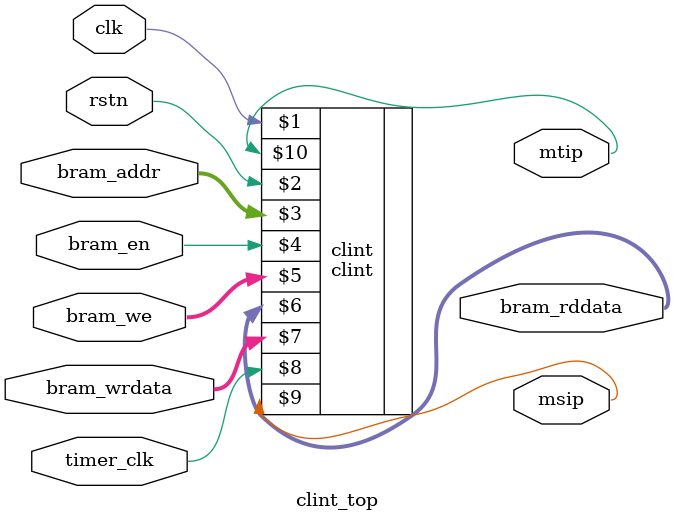
<source format=v>
module clint_top #(
    parameter NUM_HARTS = 1,
    parameter CLK_FREQ = 40
) (
    input wire clk,
    input wire rstn,

    // We expose the control as a 64KiB BRAM.
    (* X_INTERFACE_PARAMETER = "XIL_INTERFACENAME BRAM, MASTER_TYPE BRAM_CTRL, MEM_SIZE 65536, MEM_WIDTH 32, MEM_ECC NONE, READ_WRITE_MODE READ_WRITE, READ_LATENCY 1" *)
    (* X_INTERFACE_INFO = "xilinx.com:interface:bram:1.0 BRAM ADDR" *)
    input  wire [15:0] bram_addr,
    (* X_INTERFACE_INFO = "xilinx.com:interface:bram:1.0 BRAM EN" *)
    input  wire        bram_en,
    (* X_INTERFACE_INFO = "xilinx.com:interface:bram:1.0 BRAM WE" *)
    input  wire [3:0]  bram_we,
    (* X_INTERFACE_INFO = "xilinx.com:interface:bram:1.0 BRAM DOUT" *)
    output wire [31:0] bram_rddata,
    (* X_INTERFACE_INFO = "xilinx.com:interface:bram:1.0 BRAM DIN" *)
    input  wire [31:0] bram_wrdata,

    input wire timer_clk,

    // IRQ output for each hart.
    output wire [NUM_HARTS-1:0] msip,
    output wire [NUM_HARTS-1:0] mtip
);

    clint #(NUM_HARTS, CLK_FREQ) clint (clk, rstn, bram_addr, bram_en, bram_we, bram_rddata, bram_wrdata, timer_clk, msip, mtip);

endmodule

</source>
